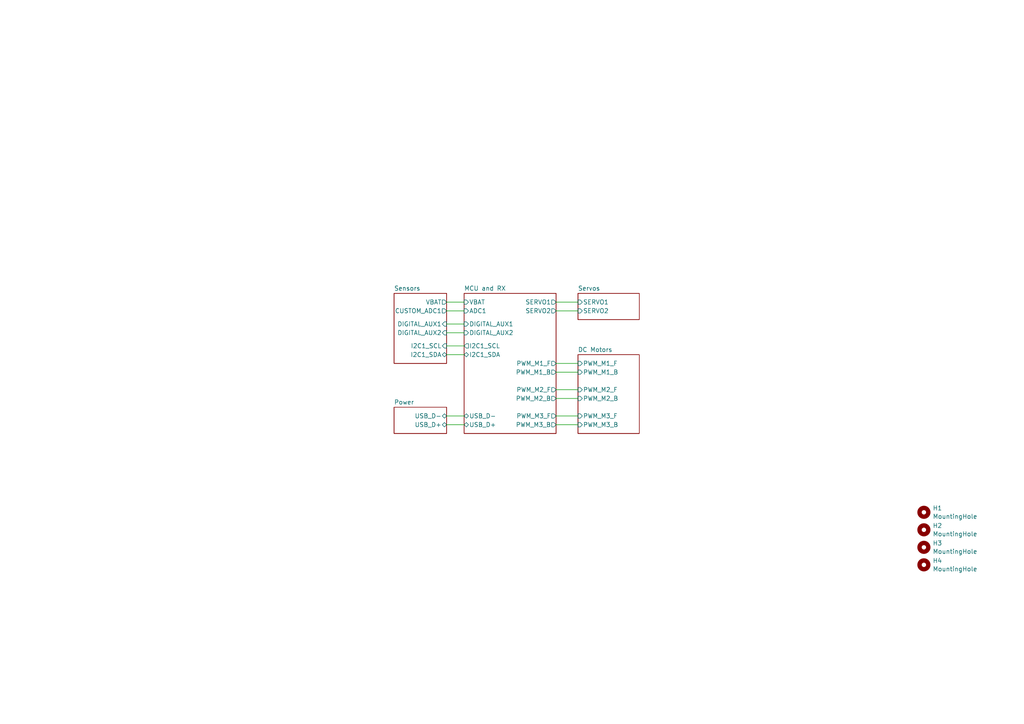
<source format=kicad_sch>
(kicad_sch
	(version 20250114)
	(generator "eeschema")
	(generator_version "9.0")
	(uuid "53484dc5-354c-4967-b00e-d73de62a4245")
	(paper "A4")
	(title_block
		(title "Ant Robot control board (DEVELOPMENT BOARD)")
		(date "2025-05-05")
		(rev "2.0")
		(company "Filippo Castellan")
	)
	(lib_symbols
		(symbol "Mechanical:MountingHole"
			(pin_names
				(offset 1.016)
			)
			(exclude_from_sim no)
			(in_bom no)
			(on_board yes)
			(property "Reference" "H"
				(at 0 5.08 0)
				(effects
					(font
						(size 1.27 1.27)
					)
				)
			)
			(property "Value" "MountingHole"
				(at 0 3.175 0)
				(effects
					(font
						(size 1.27 1.27)
					)
				)
			)
			(property "Footprint" ""
				(at 0 0 0)
				(effects
					(font
						(size 1.27 1.27)
					)
					(hide yes)
				)
			)
			(property "Datasheet" "~"
				(at 0 0 0)
				(effects
					(font
						(size 1.27 1.27)
					)
					(hide yes)
				)
			)
			(property "Description" "Mounting Hole without connection"
				(at 0 0 0)
				(effects
					(font
						(size 1.27 1.27)
					)
					(hide yes)
				)
			)
			(property "ki_keywords" "mounting hole"
				(at 0 0 0)
				(effects
					(font
						(size 1.27 1.27)
					)
					(hide yes)
				)
			)
			(property "ki_fp_filters" "MountingHole*"
				(at 0 0 0)
				(effects
					(font
						(size 1.27 1.27)
					)
					(hide yes)
				)
			)
			(symbol "MountingHole_0_1"
				(circle
					(center 0 0)
					(radius 1.27)
					(stroke
						(width 1.27)
						(type default)
					)
					(fill
						(type none)
					)
				)
			)
			(embedded_fonts no)
		)
	)
	(wire
		(pts
			(xy 161.29 123.19) (xy 167.64 123.19)
		)
		(stroke
			(width 0)
			(type default)
		)
		(uuid "027a1d32-0c58-4aa4-ab92-b13be7f5bf67")
	)
	(wire
		(pts
			(xy 129.54 102.87) (xy 134.62 102.87)
		)
		(stroke
			(width 0)
			(type default)
		)
		(uuid "043cef83-7256-41f4-ac01-55d5944b28de")
	)
	(wire
		(pts
			(xy 161.29 113.03) (xy 167.64 113.03)
		)
		(stroke
			(width 0)
			(type default)
		)
		(uuid "337b2531-952c-43b3-bcdd-a36e8d6f30d4")
	)
	(wire
		(pts
			(xy 129.54 120.65) (xy 134.62 120.65)
		)
		(stroke
			(width 0)
			(type default)
		)
		(uuid "38e75cce-22ce-4b31-a233-f1906789f21f")
	)
	(wire
		(pts
			(xy 161.29 120.65) (xy 167.64 120.65)
		)
		(stroke
			(width 0)
			(type default)
		)
		(uuid "48921761-290c-47ca-9612-bbf42e04ff88")
	)
	(wire
		(pts
			(xy 129.54 123.19) (xy 134.62 123.19)
		)
		(stroke
			(width 0)
			(type default)
		)
		(uuid "4e40b4d8-82c4-4a9b-9e86-5f27806eb2a7")
	)
	(wire
		(pts
			(xy 161.29 115.57) (xy 167.64 115.57)
		)
		(stroke
			(width 0)
			(type default)
		)
		(uuid "53e3847e-2103-461f-96e5-0d652d82095b")
	)
	(wire
		(pts
			(xy 161.29 87.63) (xy 167.64 87.63)
		)
		(stroke
			(width 0)
			(type default)
		)
		(uuid "6cf54ad9-17ee-4150-a462-506f4122cafe")
	)
	(wire
		(pts
			(xy 161.29 107.95) (xy 167.64 107.95)
		)
		(stroke
			(width 0)
			(type default)
		)
		(uuid "7f3956e2-8415-4e64-a586-d41b87f32ee2")
	)
	(wire
		(pts
			(xy 129.54 93.98) (xy 134.62 93.98)
		)
		(stroke
			(width 0)
			(type default)
		)
		(uuid "7f3e0b7b-8014-4349-ac65-6820bfaba02d")
	)
	(wire
		(pts
			(xy 129.54 87.63) (xy 134.62 87.63)
		)
		(stroke
			(width 0)
			(type default)
		)
		(uuid "8b73f198-fcd8-4ca8-9c3d-d8fd72bd789c")
	)
	(wire
		(pts
			(xy 129.54 100.33) (xy 134.62 100.33)
		)
		(stroke
			(width 0)
			(type default)
		)
		(uuid "ba370f1b-b6c2-43f9-9ad0-cc45970d40c1")
	)
	(wire
		(pts
			(xy 129.54 96.52) (xy 134.62 96.52)
		)
		(stroke
			(width 0)
			(type default)
		)
		(uuid "d95b9813-98ee-425c-bedb-8e8c24654ee6")
	)
	(wire
		(pts
			(xy 129.54 90.17) (xy 134.62 90.17)
		)
		(stroke
			(width 0)
			(type default)
		)
		(uuid "da3051cb-6750-4919-9536-a28fff86c055")
	)
	(wire
		(pts
			(xy 161.29 105.41) (xy 167.64 105.41)
		)
		(stroke
			(width 0)
			(type default)
		)
		(uuid "dececf10-4793-4e5f-b35d-15cad39b0379")
	)
	(wire
		(pts
			(xy 161.29 90.17) (xy 167.64 90.17)
		)
		(stroke
			(width 0)
			(type default)
		)
		(uuid "fa8b555a-2b15-465b-a782-d6e490fd6a6f")
	)
	(symbol
		(lib_id "Mechanical:MountingHole")
		(at 267.97 153.67 0)
		(unit 1)
		(exclude_from_sim no)
		(in_bom no)
		(on_board yes)
		(dnp no)
		(fields_autoplaced yes)
		(uuid "61bc71c2-128f-4ad6-bf19-ae0ac582c59c")
		(property "Reference" "H2"
			(at 270.51 152.4546 0)
			(effects
				(font
					(size 1.27 1.27)
				)
				(justify left)
			)
		)
		(property "Value" "MountingHole"
			(at 270.51 154.8853 0)
			(effects
				(font
					(size 1.27 1.27)
				)
				(justify left)
			)
		)
		(property "Footprint" "MountingHole:MountingHole_2.2mm_M2_Pad_Via"
			(at 267.97 153.67 0)
			(effects
				(font
					(size 1.27 1.27)
				)
				(hide yes)
			)
		)
		(property "Datasheet" "~"
			(at 267.97 153.67 0)
			(effects
				(font
					(size 1.27 1.27)
				)
				(hide yes)
			)
		)
		(property "Description" "Mounting Hole without connection"
			(at 267.97 153.67 0)
			(effects
				(font
					(size 1.27 1.27)
				)
				(hide yes)
			)
		)
		(instances
			(project "ant control board v2"
				(path "/53484dc5-354c-4967-b00e-d73de62a4245"
					(reference "H2")
					(unit 1)
				)
			)
		)
	)
	(symbol
		(lib_id "Mechanical:MountingHole")
		(at 267.97 148.59 0)
		(unit 1)
		(exclude_from_sim no)
		(in_bom no)
		(on_board yes)
		(dnp no)
		(fields_autoplaced yes)
		(uuid "9c5660f8-3b8b-4d21-8f0e-8501c292e566")
		(property "Reference" "H1"
			(at 270.51 147.3746 0)
			(effects
				(font
					(size 1.27 1.27)
				)
				(justify left)
			)
		)
		(property "Value" "MountingHole"
			(at 270.51 149.8053 0)
			(effects
				(font
					(size 1.27 1.27)
				)
				(justify left)
			)
		)
		(property "Footprint" "MountingHole:MountingHole_2.2mm_M2_Pad_Via"
			(at 267.97 148.59 0)
			(effects
				(font
					(size 1.27 1.27)
				)
				(hide yes)
			)
		)
		(property "Datasheet" "~"
			(at 267.97 148.59 0)
			(effects
				(font
					(size 1.27 1.27)
				)
				(hide yes)
			)
		)
		(property "Description" "Mounting Hole without connection"
			(at 267.97 148.59 0)
			(effects
				(font
					(size 1.27 1.27)
				)
				(hide yes)
			)
		)
		(instances
			(project ""
				(path "/53484dc5-354c-4967-b00e-d73de62a4245"
					(reference "H1")
					(unit 1)
				)
			)
		)
	)
	(symbol
		(lib_id "Mechanical:MountingHole")
		(at 267.97 158.75 0)
		(unit 1)
		(exclude_from_sim no)
		(in_bom no)
		(on_board yes)
		(dnp no)
		(fields_autoplaced yes)
		(uuid "ed20e7f3-a883-4159-81da-2aff818c9253")
		(property "Reference" "H3"
			(at 270.51 157.5346 0)
			(effects
				(font
					(size 1.27 1.27)
				)
				(justify left)
			)
		)
		(property "Value" "MountingHole"
			(at 270.51 159.9653 0)
			(effects
				(font
					(size 1.27 1.27)
				)
				(justify left)
			)
		)
		(property "Footprint" "MountingHole:MountingHole_2.2mm_M2_Pad_Via"
			(at 267.97 158.75 0)
			(effects
				(font
					(size 1.27 1.27)
				)
				(hide yes)
			)
		)
		(property "Datasheet" "~"
			(at 267.97 158.75 0)
			(effects
				(font
					(size 1.27 1.27)
				)
				(hide yes)
			)
		)
		(property "Description" "Mounting Hole without connection"
			(at 267.97 158.75 0)
			(effects
				(font
					(size 1.27 1.27)
				)
				(hide yes)
			)
		)
		(instances
			(project "ant control board v2"
				(path "/53484dc5-354c-4967-b00e-d73de62a4245"
					(reference "H3")
					(unit 1)
				)
			)
		)
	)
	(symbol
		(lib_id "Mechanical:MountingHole")
		(at 267.97 163.83 0)
		(unit 1)
		(exclude_from_sim no)
		(in_bom no)
		(on_board yes)
		(dnp no)
		(fields_autoplaced yes)
		(uuid "f2052d5a-b46e-4d18-a110-6091a0e9f11d")
		(property "Reference" "H4"
			(at 270.51 162.6146 0)
			(effects
				(font
					(size 1.27 1.27)
				)
				(justify left)
			)
		)
		(property "Value" "MountingHole"
			(at 270.51 165.0453 0)
			(effects
				(font
					(size 1.27 1.27)
				)
				(justify left)
			)
		)
		(property "Footprint" "MountingHole:MountingHole_2.2mm_M2_Pad_Via"
			(at 267.97 163.83 0)
			(effects
				(font
					(size 1.27 1.27)
				)
				(hide yes)
			)
		)
		(property "Datasheet" "~"
			(at 267.97 163.83 0)
			(effects
				(font
					(size 1.27 1.27)
				)
				(hide yes)
			)
		)
		(property "Description" "Mounting Hole without connection"
			(at 267.97 163.83 0)
			(effects
				(font
					(size 1.27 1.27)
				)
				(hide yes)
			)
		)
		(instances
			(project "ant control board v2"
				(path "/53484dc5-354c-4967-b00e-d73de62a4245"
					(reference "H4")
					(unit 1)
				)
			)
		)
	)
	(sheet
		(at 167.64 85.09)
		(size 17.78 7.62)
		(exclude_from_sim no)
		(in_bom yes)
		(on_board yes)
		(dnp no)
		(fields_autoplaced yes)
		(stroke
			(width 0.1524)
			(type solid)
		)
		(fill
			(color 0 0 0 0.0000)
		)
		(uuid "11638847-2904-4dcc-b1cc-a24fa7661082")
		(property "Sheetname" "Servos"
			(at 167.64 84.3784 0)
			(effects
				(font
					(size 1.27 1.27)
				)
				(justify left bottom)
			)
		)
		(property "Sheetfile" "servos.kicad_sch"
			(at 167.64 93.2946 0)
			(effects
				(font
					(size 1.27 1.27)
				)
				(justify left top)
				(hide yes)
			)
		)
		(pin "SERVO2" input
			(at 167.64 90.17 180)
			(uuid "fb22cbdc-9d4e-42a7-bd7a-bb5eaaf790f1")
			(effects
				(font
					(size 1.27 1.27)
				)
				(justify left)
			)
		)
		(pin "SERVO1" input
			(at 167.64 87.63 180)
			(uuid "81f7a662-e456-4ee7-8e4c-119cf9feb3dc")
			(effects
				(font
					(size 1.27 1.27)
				)
				(justify left)
			)
		)
		(instances
			(project "ant control board v2"
				(path "/53484dc5-354c-4967-b00e-d73de62a4245"
					(page "4")
				)
			)
		)
	)
	(sheet
		(at 167.64 102.87)
		(size 17.78 22.86)
		(exclude_from_sim no)
		(in_bom yes)
		(on_board yes)
		(dnp no)
		(fields_autoplaced yes)
		(stroke
			(width 0.1524)
			(type solid)
		)
		(fill
			(color 0 0 0 0.0000)
		)
		(uuid "2083c233-894c-4f0a-95b8-f8c633812d77")
		(property "Sheetname" "DC Motors"
			(at 167.64 102.1584 0)
			(effects
				(font
					(size 1.27 1.27)
				)
				(justify left bottom)
			)
		)
		(property "Sheetfile" "dc_motors.kicad_sch"
			(at 167.64 126.3146 0)
			(effects
				(font
					(size 1.27 1.27)
				)
				(justify left top)
				(hide yes)
			)
		)
		(pin "PWM_M2_B" input
			(at 167.64 115.57 180)
			(uuid "cd5d1087-ab76-4fc7-97cb-c6d23d190ea5")
			(effects
				(font
					(size 1.27 1.27)
				)
				(justify left)
			)
		)
		(pin "PWM_M2_F" input
			(at 167.64 113.03 180)
			(uuid "05713b65-4518-4f79-84d2-24d3b24349ba")
			(effects
				(font
					(size 1.27 1.27)
				)
				(justify left)
			)
		)
		(pin "PWM_M1_F" input
			(at 167.64 105.41 180)
			(uuid "ed3e3cb5-7866-4c69-8513-db9d45d56ceb")
			(effects
				(font
					(size 1.27 1.27)
				)
				(justify left)
			)
		)
		(pin "PWM_M1_B" input
			(at 167.64 107.95 180)
			(uuid "d6ec6daf-36cf-4bbc-afa9-4448c43cba75")
			(effects
				(font
					(size 1.27 1.27)
				)
				(justify left)
			)
		)
		(pin "PWM_M3_F" input
			(at 167.64 120.65 180)
			(uuid "24a76cc3-f8ed-43a0-a24a-cadc0adff57b")
			(effects
				(font
					(size 1.27 1.27)
				)
				(justify left)
			)
		)
		(pin "PWM_M3_B" input
			(at 167.64 123.19 180)
			(uuid "687a338e-9f5d-4885-a490-b1130522cdd4")
			(effects
				(font
					(size 1.27 1.27)
				)
				(justify left)
			)
		)
		(instances
			(project "ant control board v2"
				(path "/53484dc5-354c-4967-b00e-d73de62a4245"
					(page "3")
				)
			)
		)
	)
	(sheet
		(at 114.3 85.09)
		(size 15.24 20.32)
		(exclude_from_sim no)
		(in_bom yes)
		(on_board yes)
		(dnp no)
		(fields_autoplaced yes)
		(stroke
			(width 0.1524)
			(type solid)
		)
		(fill
			(color 0 0 0 0.0000)
		)
		(uuid "49a5e203-968c-4031-9c53-bf1710310062")
		(property "Sheetname" "Sensors"
			(at 114.3 84.3784 0)
			(effects
				(font
					(size 1.27 1.27)
				)
				(justify left bottom)
			)
		)
		(property "Sheetfile" "sensors.kicad_sch"
			(at 114.3 105.9946 0)
			(effects
				(font
					(size 1.27 1.27)
				)
				(justify left top)
				(hide yes)
			)
		)
		(pin "CUSTOM_ADC1" output
			(at 129.54 90.17 0)
			(uuid "416dd683-5175-4de9-90be-ed2728bcb34d")
			(effects
				(font
					(size 1.27 1.27)
				)
				(justify right)
			)
		)
		(pin "VBAT" output
			(at 129.54 87.63 0)
			(uuid "1bf24539-987e-423c-bca5-7325a7c7cdc8")
			(effects
				(font
					(size 1.27 1.27)
				)
				(justify right)
			)
		)
		(pin "I2C1_SCL" input
			(at 129.54 100.33 0)
			(uuid "50905b4b-80ce-4d8b-b909-96f36e0f3a63")
			(effects
				(font
					(size 1.27 1.27)
				)
				(justify right)
			)
		)
		(pin "I2C1_SDA" bidirectional
			(at 129.54 102.87 0)
			(uuid "e97b672a-3ea9-402a-872a-27a2fd081832")
			(effects
				(font
					(size 1.27 1.27)
				)
				(justify right)
			)
		)
		(pin "DIGITAL_AUX1" input
			(at 129.54 93.98 0)
			(uuid "168c5be9-fa0a-450e-b048-a451db0a7759")
			(effects
				(font
					(size 1.27 1.27)
				)
				(justify right)
			)
		)
		(pin "DIGITAL_AUX2" input
			(at 129.54 96.52 0)
			(uuid "9b79aa3b-5c65-4005-941c-46315f668cff")
			(effects
				(font
					(size 1.27 1.27)
				)
				(justify right)
			)
		)
		(instances
			(project "ant control board v2"
				(path "/53484dc5-354c-4967-b00e-d73de62a4245"
					(page "5")
				)
			)
		)
	)
	(sheet
		(at 134.62 85.09)
		(size 26.67 40.64)
		(exclude_from_sim no)
		(in_bom yes)
		(on_board yes)
		(dnp no)
		(fields_autoplaced yes)
		(stroke
			(width 0.1524)
			(type solid)
		)
		(fill
			(color 0 0 0 0.0000)
		)
		(uuid "b731760f-0394-41dd-a03f-79471ee4c2ed")
		(property "Sheetname" "MCU and RX"
			(at 134.62 84.3784 0)
			(effects
				(font
					(size 1.27 1.27)
				)
				(justify left bottom)
			)
		)
		(property "Sheetfile" "MCU_RX.kicad_sch"
			(at 134.62 126.3146 0)
			(effects
				(font
					(size 1.27 1.27)
				)
				(justify left top)
				(hide yes)
			)
		)
		(pin "PWM_M2_F" output
			(at 161.29 113.03 0)
			(uuid "d9b44682-3c24-43e6-9b64-e41f382afd2a")
			(effects
				(font
					(size 1.27 1.27)
				)
				(justify right)
			)
		)
		(pin "PWM_M3_F" output
			(at 161.29 120.65 0)
			(uuid "4537bd64-549c-4fb4-a71a-540d98b9ece6")
			(effects
				(font
					(size 1.27 1.27)
				)
				(justify right)
			)
		)
		(pin "USB_D-" bidirectional
			(at 134.62 120.65 180)
			(uuid "f11e8969-5695-4ee9-a9a7-55fd8a8cc3db")
			(effects
				(font
					(size 1.27 1.27)
				)
				(justify left)
			)
		)
		(pin "USB_D+" bidirectional
			(at 134.62 123.19 180)
			(uuid "a1185a85-b5c7-428d-93cd-43a7fc66872b")
			(effects
				(font
					(size 1.27 1.27)
				)
				(justify left)
			)
		)
		(pin "VBAT" input
			(at 134.62 87.63 180)
			(uuid "922053e9-fea2-4252-9607-c3fffb2000d3")
			(effects
				(font
					(size 1.27 1.27)
				)
				(justify left)
			)
		)
		(pin "ADC1" input
			(at 134.62 90.17 180)
			(uuid "24eaf07d-737a-418e-835c-e3cfb50dfd61")
			(effects
				(font
					(size 1.27 1.27)
				)
				(justify left)
			)
		)
		(pin "PWM_M3_B" output
			(at 161.29 123.19 0)
			(uuid "c42cfd1d-0262-4786-aee4-6426c2be3ae7")
			(effects
				(font
					(size 1.27 1.27)
				)
				(justify right)
			)
		)
		(pin "I2C1_SCL" output
			(at 134.62 100.33 180)
			(uuid "faea3a47-c801-4d75-88f5-7b7385a93e52")
			(effects
				(font
					(size 1.27 1.27)
				)
				(justify left)
			)
		)
		(pin "SERVO2" output
			(at 161.29 90.17 0)
			(uuid "166ddc5e-5252-4830-babc-4251cbb4a2b1")
			(effects
				(font
					(size 1.27 1.27)
				)
				(justify right)
			)
		)
		(pin "PWM_M2_B" output
			(at 161.29 115.57 0)
			(uuid "bb1bd806-7e72-4450-beef-96fece55c09a")
			(effects
				(font
					(size 1.27 1.27)
				)
				(justify right)
			)
		)
		(pin "PWM_M1_B" output
			(at 161.29 107.95 0)
			(uuid "2a0e9b97-6a8e-4285-869a-6856413b621e")
			(effects
				(font
					(size 1.27 1.27)
				)
				(justify right)
			)
		)
		(pin "PWM_M1_F" output
			(at 161.29 105.41 0)
			(uuid "911dc384-a68d-4ed1-a029-e234a2edeecc")
			(effects
				(font
					(size 1.27 1.27)
				)
				(justify right)
			)
		)
		(pin "I2C1_SDA" bidirectional
			(at 134.62 102.87 180)
			(uuid "f8ac5061-99d9-4061-a6b1-59506abaa64b")
			(effects
				(font
					(size 1.27 1.27)
				)
				(justify left)
			)
		)
		(pin "DIGITAL_AUX1" input
			(at 134.62 93.98 180)
			(uuid "96e234f5-d1a4-4903-a5b7-e5431817220a")
			(effects
				(font
					(size 1.27 1.27)
				)
				(justify left)
			)
		)
		(pin "DIGITAL_AUX2" input
			(at 134.62 96.52 180)
			(uuid "930b0d45-6adb-4242-94af-42b4e7e2422c")
			(effects
				(font
					(size 1.27 1.27)
				)
				(justify left)
			)
		)
		(pin "SERVO1" output
			(at 161.29 87.63 0)
			(uuid "a0dbcf54-7caf-42fa-8f86-4b2fd09e1b57")
			(effects
				(font
					(size 1.27 1.27)
				)
				(justify right)
			)
		)
		(instances
			(project "ant control board v2"
				(path "/53484dc5-354c-4967-b00e-d73de62a4245"
					(page "6")
				)
			)
		)
	)
	(sheet
		(at 114.3 118.11)
		(size 15.24 7.62)
		(exclude_from_sim no)
		(in_bom yes)
		(on_board yes)
		(dnp no)
		(fields_autoplaced yes)
		(stroke
			(width 0.1524)
			(type solid)
		)
		(fill
			(color 0 0 0 0.0000)
		)
		(uuid "ea602fc0-9482-45e5-9e9c-8bc15c896ca2")
		(property "Sheetname" "Power"
			(at 114.3 117.3984 0)
			(effects
				(font
					(size 1.27 1.27)
				)
				(justify left bottom)
			)
		)
		(property "Sheetfile" "power.kicad_sch"
			(at 114.3 126.3146 0)
			(effects
				(font
					(size 1.27 1.27)
				)
				(justify left top)
				(hide yes)
			)
		)
		(pin "USB_D+" bidirectional
			(at 129.54 123.19 0)
			(uuid "5fb55f5b-35ce-4f6c-89fd-137419df2341")
			(effects
				(font
					(size 1.27 1.27)
				)
				(justify right)
			)
		)
		(pin "USB_D-" bidirectional
			(at 129.54 120.65 0)
			(uuid "4ed9cd45-44fb-43bb-8807-aa0cf5615025")
			(effects
				(font
					(size 1.27 1.27)
				)
				(justify right)
			)
		)
		(instances
			(project "ant control board v2"
				(path "/53484dc5-354c-4967-b00e-d73de62a4245"
					(page "2")
				)
			)
		)
	)
	(sheet_instances
		(path "/"
			(page "1")
		)
	)
	(embedded_fonts no)
)

</source>
